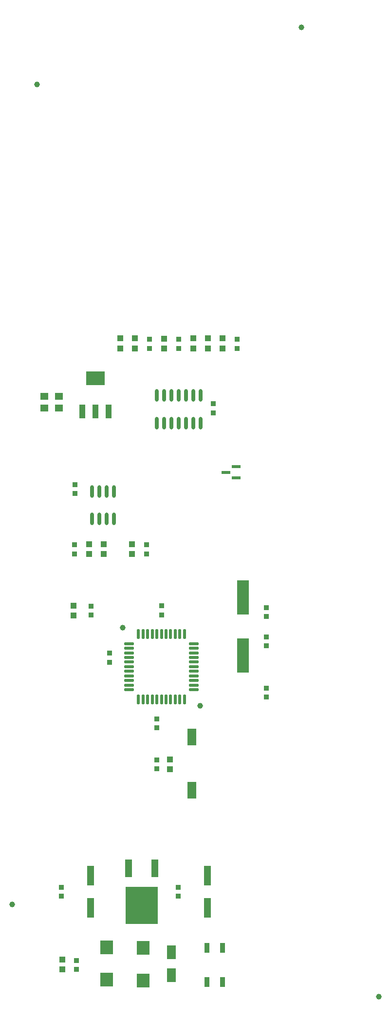
<source format=gtp>
%FSLAX24Y24*%
%MOIN*%
G70*
G01*
G75*
G04 Layer_Color=8421504*
%ADD10C,0.0394*%
%ADD11R,0.0354X0.0354*%
%ADD12R,0.0394X0.0945*%
%ADD13R,0.1299X0.0945*%
%ADD14R,0.0532X0.0453*%
%ADD15O,0.0217X0.0689*%
%ADD16O,0.0689X0.0217*%
%ADD17R,0.0472X0.1378*%
%ADD18R,0.0630X0.0236*%
%ADD19R,0.0335X0.0335*%
%ADD20R,0.0610X0.0925*%
%ADD21R,0.0335X0.0669*%
%ADD22R,0.0866X0.0925*%
%ADD23R,0.0394X0.0394*%
%ADD24R,0.0630X0.1181*%
%ADD25O,0.0236X0.0866*%
%ADD26R,0.0492X0.1201*%
%ADD27R,0.2185X0.2559*%
%ADD28R,0.0787X0.2362*%
%ADD29R,0.0532X0.0453*%
%ADD30C,0.0150*%
%ADD31C,0.0300*%
%ADD32C,0.1000*%
%ADD33C,0.0500*%
%ADD34C,0.0250*%
%ADD35C,0.0591*%
%ADD36R,0.0591X0.0591*%
%ADD37C,0.0591*%
%ADD38P,0.2706X8X22.5*%
%ADD39C,0.1800*%
%ADD40C,0.0630*%
%ADD41C,0.1161*%
%ADD42R,0.0591X0.0591*%
%ADD43C,0.0500*%
%ADD44C,0.0394*%
%ADD45C,0.0098*%
%ADD46C,0.0100*%
%ADD47C,0.0236*%
%ADD48C,0.0079*%
D10*
X29600Y89800D02*
D03*
X47700Y93700D02*
D03*
X53000Y27500D02*
D03*
X27900Y33800D02*
D03*
X35467Y52700D02*
D03*
X40777Y47380D02*
D03*
D11*
X39257Y34356D02*
D03*
Y34985D02*
D03*
X31257Y34356D02*
D03*
Y34985D02*
D03*
X37803Y45856D02*
D03*
Y46485D02*
D03*
X32207Y61856D02*
D03*
Y62485D02*
D03*
X37807Y43056D02*
D03*
Y43685D02*
D03*
X45307Y54085D02*
D03*
Y53456D02*
D03*
X34576Y50342D02*
D03*
Y50972D02*
D03*
X45307Y47956D02*
D03*
Y48585D02*
D03*
X38118Y53570D02*
D03*
Y54200D02*
D03*
X45307Y51456D02*
D03*
Y52085D02*
D03*
X41650Y67385D02*
D03*
Y68015D02*
D03*
D12*
X32694Y67458D02*
D03*
X33600D02*
D03*
X34506D02*
D03*
D13*
X33600Y69742D02*
D03*
D14*
X31100Y67706D02*
D03*
Y68494D02*
D03*
X30100Y67706D02*
D03*
D15*
X39693Y47817D02*
D03*
X39378D02*
D03*
X39063D02*
D03*
X38748D02*
D03*
X38433D02*
D03*
X37173D02*
D03*
X36858D02*
D03*
X36543D02*
D03*
X36858Y52265D02*
D03*
X37173D02*
D03*
X37488D02*
D03*
X38433D02*
D03*
X38748D02*
D03*
X39693D02*
D03*
X39378D02*
D03*
X39063D02*
D03*
X38118D02*
D03*
X37803D02*
D03*
X36543D02*
D03*
X37488Y47817D02*
D03*
X37803D02*
D03*
X38118D02*
D03*
D16*
X35894Y49726D02*
D03*
Y50671D02*
D03*
Y50986D02*
D03*
Y51301D02*
D03*
Y51616D02*
D03*
X40343Y48466D02*
D03*
Y48781D02*
D03*
Y49096D02*
D03*
Y49411D02*
D03*
Y49726D02*
D03*
Y50041D02*
D03*
Y50356D02*
D03*
Y50671D02*
D03*
Y50986D02*
D03*
Y51301D02*
D03*
Y51616D02*
D03*
X35894Y50356D02*
D03*
Y50041D02*
D03*
Y49411D02*
D03*
Y49096D02*
D03*
Y48781D02*
D03*
Y48466D02*
D03*
D17*
X41257Y35770D02*
D03*
Y33570D02*
D03*
X33257Y35770D02*
D03*
Y33570D02*
D03*
D18*
X43233Y62946D02*
D03*
Y63694D02*
D03*
X42524Y63320D02*
D03*
D19*
X32177Y57736D02*
D03*
Y58366D02*
D03*
X37087Y57736D02*
D03*
Y58366D02*
D03*
X33307Y53556D02*
D03*
Y54185D02*
D03*
X32307Y29355D02*
D03*
Y29985D02*
D03*
X37300Y72417D02*
D03*
Y71787D02*
D03*
X39300D02*
D03*
X43300Y71787D02*
D03*
X39300Y72417D02*
D03*
X43300Y72417D02*
D03*
D20*
X38807Y30526D02*
D03*
Y28970D02*
D03*
D21*
X41231Y28489D02*
D03*
X42283D02*
D03*
Y30852D02*
D03*
X41231D02*
D03*
D22*
X36857Y30823D02*
D03*
Y28618D02*
D03*
X34357Y30870D02*
D03*
Y28666D02*
D03*
D23*
X34157Y58405D02*
D03*
Y57736D02*
D03*
X33157Y57736D02*
D03*
Y58405D02*
D03*
X36107Y57736D02*
D03*
Y58405D02*
D03*
X38707Y43036D02*
D03*
Y43705D02*
D03*
X32107Y53536D02*
D03*
Y54205D02*
D03*
X31327Y29355D02*
D03*
Y30025D02*
D03*
X40300Y72456D02*
D03*
Y71787D02*
D03*
X41300Y72456D02*
D03*
Y71787D02*
D03*
X42300Y72456D02*
D03*
Y71787D02*
D03*
X35300Y72456D02*
D03*
Y71787D02*
D03*
X38300Y72453D02*
D03*
Y71784D02*
D03*
X36300Y72456D02*
D03*
Y71787D02*
D03*
D24*
X40207Y41620D02*
D03*
Y45235D02*
D03*
D25*
X33357Y60126D02*
D03*
X33857D02*
D03*
X34357D02*
D03*
X34857D02*
D03*
Y62015D02*
D03*
X34357D02*
D03*
X33857D02*
D03*
X33357D02*
D03*
X37800Y66676D02*
D03*
X38300D02*
D03*
X38800D02*
D03*
X39300D02*
D03*
X39800D02*
D03*
X40300D02*
D03*
X40800D02*
D03*
X38800Y68566D02*
D03*
X38300D02*
D03*
X37800D02*
D03*
X40800D02*
D03*
X40300D02*
D03*
X39800D02*
D03*
X39300D02*
D03*
D26*
X37659Y36265D02*
D03*
X35856D02*
D03*
D27*
X36757Y33726D02*
D03*
D28*
X43707Y50820D02*
D03*
Y54757D02*
D03*
D29*
X30100Y68494D02*
D03*
M02*

</source>
